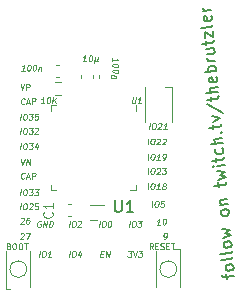
<source format=gbr>
%TF.GenerationSoftware,KiCad,Pcbnew,(5.99.0-10506-gb986797469)*%
%TF.CreationDate,2022-01-12T00:10:25+01:00*%
%TF.ProjectId,ESP31_V3,45535033-315f-4563-932e-6b696361645f,rev?*%
%TF.SameCoordinates,Original*%
%TF.FileFunction,Legend,Top*%
%TF.FilePolarity,Positive*%
%FSLAX46Y46*%
G04 Gerber Fmt 4.6, Leading zero omitted, Abs format (unit mm)*
G04 Created by KiCad (PCBNEW (5.99.0-10506-gb986797469)) date 2022-01-12 00:10:25*
%MOMM*%
%LPD*%
G01*
G04 APERTURE LIST*
%ADD10C,0.100000*%
%ADD11C,0.150000*%
%ADD12C,0.120000*%
G04 APERTURE END LIST*
D10*
X105378258Y-108973809D02*
X105405044Y-108950000D01*
X105455639Y-108926190D01*
X105574687Y-108926190D01*
X105619330Y-108950000D01*
X105640163Y-108973809D01*
X105658020Y-109021428D01*
X105652068Y-109069047D01*
X105619330Y-109140476D01*
X105297901Y-109426190D01*
X105607425Y-109426190D01*
X106098497Y-108926190D02*
X106003258Y-108926190D01*
X105952663Y-108950000D01*
X105925877Y-108973809D01*
X105869330Y-109045238D01*
X105833616Y-109140476D01*
X105809806Y-109330952D01*
X105827663Y-109378571D01*
X105848497Y-109402380D01*
X105893139Y-109426190D01*
X105988377Y-109426190D01*
X106038973Y-109402380D01*
X106065758Y-109378571D01*
X106095520Y-109330952D01*
X106110401Y-109211904D01*
X106092544Y-109164285D01*
X106071711Y-109140476D01*
X106027068Y-109116666D01*
X105931830Y-109116666D01*
X105881235Y-109140476D01*
X105854449Y-109164285D01*
X105824687Y-109211904D01*
X116553809Y-111586190D02*
X116387142Y-111348095D01*
X116268095Y-111586190D02*
X116268095Y-111086190D01*
X116458571Y-111086190D01*
X116506190Y-111110000D01*
X116530000Y-111133809D01*
X116553809Y-111181428D01*
X116553809Y-111252857D01*
X116530000Y-111300476D01*
X116506190Y-111324285D01*
X116458571Y-111348095D01*
X116268095Y-111348095D01*
X116768095Y-111324285D02*
X116934761Y-111324285D01*
X117006190Y-111586190D02*
X116768095Y-111586190D01*
X116768095Y-111086190D01*
X117006190Y-111086190D01*
X117196666Y-111562380D02*
X117268095Y-111586190D01*
X117387142Y-111586190D01*
X117434761Y-111562380D01*
X117458571Y-111538571D01*
X117482380Y-111490952D01*
X117482380Y-111443333D01*
X117458571Y-111395714D01*
X117434761Y-111371904D01*
X117387142Y-111348095D01*
X117291904Y-111324285D01*
X117244285Y-111300476D01*
X117220476Y-111276666D01*
X117196666Y-111229047D01*
X117196666Y-111181428D01*
X117220476Y-111133809D01*
X117244285Y-111110000D01*
X117291904Y-111086190D01*
X117410952Y-111086190D01*
X117482380Y-111110000D01*
X117696666Y-111324285D02*
X117863333Y-111324285D01*
X117934761Y-111586190D02*
X117696666Y-111586190D01*
X117696666Y-111086190D01*
X117934761Y-111086190D01*
X118077619Y-111086190D02*
X118363333Y-111086190D01*
X118220476Y-111586190D02*
X118220476Y-111086190D01*
X105314568Y-101826190D02*
X105377068Y-101326190D01*
X105710401Y-101326190D02*
X105805639Y-101326190D01*
X105850282Y-101350000D01*
X105891949Y-101397619D01*
X105903854Y-101492857D01*
X105883020Y-101659523D01*
X105847306Y-101754761D01*
X105793735Y-101802380D01*
X105743139Y-101826190D01*
X105647901Y-101826190D01*
X105603258Y-101802380D01*
X105561592Y-101754761D01*
X105549687Y-101659523D01*
X105570520Y-101492857D01*
X105606235Y-101397619D01*
X105659806Y-101350000D01*
X105710401Y-101326190D01*
X106091354Y-101326190D02*
X106400877Y-101326190D01*
X106210401Y-101516666D01*
X106281830Y-101516666D01*
X106326473Y-101540476D01*
X106347306Y-101564285D01*
X106365163Y-101611904D01*
X106350282Y-101730952D01*
X106320520Y-101778571D01*
X106293735Y-101802380D01*
X106243139Y-101826190D01*
X106100282Y-101826190D01*
X106055639Y-101802380D01*
X106034806Y-101778571D01*
X106585401Y-101373809D02*
X106612187Y-101350000D01*
X106662782Y-101326190D01*
X106781830Y-101326190D01*
X106826473Y-101350000D01*
X106847306Y-101373809D01*
X106865163Y-101421428D01*
X106859211Y-101469047D01*
X106826473Y-101540476D01*
X106505044Y-101826190D01*
X106814568Y-101826190D01*
X116114568Y-104026190D02*
X116177068Y-103526190D01*
X116510401Y-103526190D02*
X116605639Y-103526190D01*
X116650282Y-103550000D01*
X116691949Y-103597619D01*
X116703854Y-103692857D01*
X116683020Y-103859523D01*
X116647306Y-103954761D01*
X116593735Y-104002380D01*
X116543139Y-104026190D01*
X116447901Y-104026190D01*
X116403258Y-104002380D01*
X116361592Y-103954761D01*
X116349687Y-103859523D01*
X116370520Y-103692857D01*
X116406235Y-103597619D01*
X116459806Y-103550000D01*
X116510401Y-103526190D01*
X117138377Y-104026190D02*
X116852663Y-104026190D01*
X116995520Y-104026190D02*
X117058020Y-103526190D01*
X117001473Y-103597619D01*
X116947901Y-103645238D01*
X116897306Y-103669047D01*
X117376473Y-104026190D02*
X117471711Y-104026190D01*
X117522306Y-104002380D01*
X117549092Y-103978571D01*
X117605639Y-103907142D01*
X117641354Y-103811904D01*
X117665163Y-103621428D01*
X117647306Y-103573809D01*
X117626473Y-103550000D01*
X117581830Y-103526190D01*
X117486592Y-103526190D01*
X117435997Y-103550000D01*
X117409211Y-103573809D01*
X117379449Y-103621428D01*
X117364568Y-103740476D01*
X117382425Y-103788095D01*
X117403258Y-103811904D01*
X117447901Y-103835714D01*
X117543139Y-103835714D01*
X117593735Y-103811904D01*
X117620520Y-103788095D01*
X117650282Y-103740476D01*
X107073235Y-109224000D02*
X107028592Y-109200190D01*
X106957163Y-109200190D01*
X106882758Y-109224000D01*
X106829187Y-109271619D01*
X106799425Y-109319238D01*
X106763711Y-109414476D01*
X106754782Y-109485904D01*
X106766687Y-109581142D01*
X106784544Y-109628761D01*
X106826211Y-109676380D01*
X106894663Y-109700190D01*
X106942282Y-109700190D01*
X107016687Y-109676380D01*
X107043473Y-109652571D01*
X107064306Y-109485904D01*
X106969068Y-109485904D01*
X107251806Y-109700190D02*
X107314306Y-109200190D01*
X107537520Y-109700190D01*
X107600020Y-109200190D01*
X107775616Y-109700190D02*
X107838116Y-109200190D01*
X107957163Y-109200190D01*
X108025616Y-109224000D01*
X108067282Y-109271619D01*
X108085139Y-109319238D01*
X108097044Y-109414476D01*
X108088116Y-109485904D01*
X108052401Y-109581142D01*
X108022639Y-109628761D01*
X107969068Y-109676380D01*
X107894663Y-109700190D01*
X107775616Y-109700190D01*
X105353258Y-110273809D02*
X105380044Y-110250000D01*
X105430639Y-110226190D01*
X105549687Y-110226190D01*
X105594330Y-110250000D01*
X105615163Y-110273809D01*
X105633020Y-110321428D01*
X105627068Y-110369047D01*
X105594330Y-110440476D01*
X105272901Y-110726190D01*
X105582425Y-110726190D01*
X105811592Y-110226190D02*
X106144925Y-110226190D01*
X105868139Y-110726190D01*
X105649092Y-105578571D02*
X105622306Y-105602380D01*
X105547901Y-105626190D01*
X105500282Y-105626190D01*
X105431830Y-105602380D01*
X105390163Y-105554761D01*
X105372306Y-105507142D01*
X105360401Y-105411904D01*
X105369330Y-105340476D01*
X105405044Y-105245238D01*
X105434806Y-105197619D01*
X105488377Y-105150000D01*
X105562782Y-105126190D01*
X105610401Y-105126190D01*
X105678854Y-105150000D01*
X105699687Y-105173809D01*
X105851473Y-105483333D02*
X106089568Y-105483333D01*
X105785997Y-105626190D02*
X106015163Y-105126190D01*
X106119330Y-105626190D01*
X106285997Y-105626190D02*
X106348497Y-105126190D01*
X106538973Y-105126190D01*
X106583616Y-105150000D01*
X106604449Y-105173809D01*
X106622306Y-105221428D01*
X106613377Y-105292857D01*
X106583616Y-105340476D01*
X106556830Y-105364285D01*
X106506235Y-105388095D01*
X106315758Y-105388095D01*
X116114568Y-102726190D02*
X116177068Y-102226190D01*
X116510401Y-102226190D02*
X116605639Y-102226190D01*
X116650282Y-102250000D01*
X116691949Y-102297619D01*
X116703854Y-102392857D01*
X116683020Y-102559523D01*
X116647306Y-102654761D01*
X116593735Y-102702380D01*
X116543139Y-102726190D01*
X116447901Y-102726190D01*
X116403258Y-102702380D01*
X116361592Y-102654761D01*
X116349687Y-102559523D01*
X116370520Y-102392857D01*
X116406235Y-102297619D01*
X116459806Y-102250000D01*
X116510401Y-102226190D01*
X116909211Y-102273809D02*
X116935997Y-102250000D01*
X116986592Y-102226190D01*
X117105639Y-102226190D01*
X117150282Y-102250000D01*
X117171116Y-102273809D01*
X117188973Y-102321428D01*
X117183020Y-102369047D01*
X117150282Y-102440476D01*
X116828854Y-102726190D01*
X117138377Y-102726190D01*
X117385401Y-102273809D02*
X117412187Y-102250000D01*
X117462782Y-102226190D01*
X117581830Y-102226190D01*
X117626473Y-102250000D01*
X117647306Y-102273809D01*
X117665163Y-102321428D01*
X117659211Y-102369047D01*
X117626473Y-102440476D01*
X117305044Y-102726190D01*
X117614568Y-102726190D01*
X107357425Y-99226190D02*
X107071711Y-99226190D01*
X107214568Y-99226190D02*
X107277068Y-98726190D01*
X107220520Y-98797619D01*
X107166949Y-98845238D01*
X107116354Y-98869047D01*
X107729449Y-98726190D02*
X107777068Y-98726190D01*
X107821711Y-98750000D01*
X107842544Y-98773809D01*
X107860401Y-98821428D01*
X107872306Y-98916666D01*
X107857425Y-99035714D01*
X107821711Y-99130952D01*
X107791949Y-99178571D01*
X107765163Y-99202380D01*
X107714568Y-99226190D01*
X107666949Y-99226190D01*
X107622306Y-99202380D01*
X107601473Y-99178571D01*
X107583616Y-99130952D01*
X107571711Y-99035714D01*
X107586592Y-98916666D01*
X107622306Y-98821428D01*
X107652068Y-98773809D01*
X107678854Y-98750000D01*
X107729449Y-98726190D01*
X108047901Y-99226190D02*
X108110401Y-98726190D01*
X108333616Y-99226190D02*
X108155044Y-98940476D01*
X108396116Y-98726190D02*
X108074687Y-99011904D01*
X105386592Y-103926190D02*
X105490758Y-104426190D01*
X105719925Y-103926190D01*
X105824092Y-104426190D02*
X105886592Y-103926190D01*
X106109806Y-104426190D01*
X106172306Y-103926190D01*
X105649092Y-99278571D02*
X105622306Y-99302380D01*
X105547901Y-99326190D01*
X105500282Y-99326190D01*
X105431830Y-99302380D01*
X105390163Y-99254761D01*
X105372306Y-99207142D01*
X105360401Y-99111904D01*
X105369330Y-99040476D01*
X105405044Y-98945238D01*
X105434806Y-98897619D01*
X105488377Y-98850000D01*
X105562782Y-98826190D01*
X105610401Y-98826190D01*
X105678854Y-98850000D01*
X105699687Y-98873809D01*
X105851473Y-99183333D02*
X106089568Y-99183333D01*
X105785997Y-99326190D02*
X106015163Y-98826190D01*
X106119330Y-99326190D01*
X106285997Y-99326190D02*
X106348497Y-98826190D01*
X106538973Y-98826190D01*
X106583616Y-98850000D01*
X106604449Y-98873809D01*
X106622306Y-98921428D01*
X106613377Y-98992857D01*
X106583616Y-99040476D01*
X106556830Y-99064285D01*
X106506235Y-99088095D01*
X106315758Y-99088095D01*
X105314568Y-103126190D02*
X105377068Y-102626190D01*
X105710401Y-102626190D02*
X105805639Y-102626190D01*
X105850282Y-102650000D01*
X105891949Y-102697619D01*
X105903854Y-102792857D01*
X105883020Y-102959523D01*
X105847306Y-103054761D01*
X105793735Y-103102380D01*
X105743139Y-103126190D01*
X105647901Y-103126190D01*
X105603258Y-103102380D01*
X105561592Y-103054761D01*
X105549687Y-102959523D01*
X105570520Y-102792857D01*
X105606235Y-102697619D01*
X105659806Y-102650000D01*
X105710401Y-102626190D01*
X106091354Y-102626190D02*
X106400877Y-102626190D01*
X106210401Y-102816666D01*
X106281830Y-102816666D01*
X106326473Y-102840476D01*
X106347306Y-102864285D01*
X106365163Y-102911904D01*
X106350282Y-103030952D01*
X106320520Y-103078571D01*
X106293735Y-103102380D01*
X106243139Y-103126190D01*
X106100282Y-103126190D01*
X106055639Y-103102380D01*
X106034806Y-103078571D01*
X106808616Y-102792857D02*
X106766949Y-103126190D01*
X106713377Y-102602380D02*
X106549687Y-102959523D01*
X106859211Y-102959523D01*
X105314568Y-100626190D02*
X105377068Y-100126190D01*
X105710401Y-100126190D02*
X105805639Y-100126190D01*
X105850282Y-100150000D01*
X105891949Y-100197619D01*
X105903854Y-100292857D01*
X105883020Y-100459523D01*
X105847306Y-100554761D01*
X105793735Y-100602380D01*
X105743139Y-100626190D01*
X105647901Y-100626190D01*
X105603258Y-100602380D01*
X105561592Y-100554761D01*
X105549687Y-100459523D01*
X105570520Y-100292857D01*
X105606235Y-100197619D01*
X105659806Y-100150000D01*
X105710401Y-100126190D01*
X106091354Y-100126190D02*
X106400877Y-100126190D01*
X106210401Y-100316666D01*
X106281830Y-100316666D01*
X106326473Y-100340476D01*
X106347306Y-100364285D01*
X106365163Y-100411904D01*
X106350282Y-100530952D01*
X106320520Y-100578571D01*
X106293735Y-100602380D01*
X106243139Y-100626190D01*
X106100282Y-100626190D01*
X106055639Y-100602380D01*
X106034806Y-100578571D01*
X106853258Y-100126190D02*
X106615163Y-100126190D01*
X106561592Y-100364285D01*
X106588377Y-100340476D01*
X106638973Y-100316666D01*
X106758020Y-100316666D01*
X106802663Y-100340476D01*
X106823497Y-100364285D01*
X106841354Y-100411904D01*
X106826473Y-100530952D01*
X106796711Y-100578571D01*
X106769925Y-100602380D01*
X106719330Y-100626190D01*
X106600282Y-100626190D01*
X106555639Y-100602380D01*
X106534806Y-100578571D01*
X114834211Y-98726190D02*
X114783616Y-99130952D01*
X114801473Y-99178571D01*
X114822306Y-99202380D01*
X114866949Y-99226190D01*
X114962187Y-99226190D01*
X115012782Y-99202380D01*
X115039568Y-99178571D01*
X115069330Y-99130952D01*
X115119925Y-98726190D01*
X115557425Y-99226190D02*
X115271711Y-99226190D01*
X115414568Y-99226190D02*
X115477068Y-98726190D01*
X115420520Y-98797619D01*
X115366949Y-98845238D01*
X115316354Y-98869047D01*
X114458116Y-111740190D02*
X114767639Y-111740190D01*
X114577163Y-111930666D01*
X114648592Y-111930666D01*
X114693235Y-111954476D01*
X114714068Y-111978285D01*
X114731925Y-112025904D01*
X114717044Y-112144952D01*
X114687282Y-112192571D01*
X114660497Y-112216380D01*
X114609901Y-112240190D01*
X114467044Y-112240190D01*
X114422401Y-112216380D01*
X114401568Y-112192571D01*
X114910497Y-111740190D02*
X115014663Y-112240190D01*
X115243830Y-111740190D01*
X115362877Y-111740190D02*
X115672401Y-111740190D01*
X115481925Y-111930666D01*
X115553354Y-111930666D01*
X115597997Y-111954476D01*
X115618830Y-111978285D01*
X115636687Y-112025904D01*
X115621806Y-112144952D01*
X115592044Y-112192571D01*
X115565258Y-112216380D01*
X115514663Y-112240190D01*
X115371806Y-112240190D01*
X115327163Y-112216380D01*
X115306330Y-112192571D01*
X111974663Y-109700190D02*
X112037163Y-109200190D01*
X112370497Y-109200190D02*
X112465735Y-109200190D01*
X112510377Y-109224000D01*
X112552044Y-109271619D01*
X112563949Y-109366857D01*
X112543116Y-109533523D01*
X112507401Y-109628761D01*
X112453830Y-109676380D01*
X112403235Y-109700190D01*
X112307997Y-109700190D01*
X112263354Y-109676380D01*
X112221687Y-109628761D01*
X112209782Y-109533523D01*
X112230616Y-109366857D01*
X112266330Y-109271619D01*
X112319901Y-109224000D01*
X112370497Y-109200190D01*
X112894306Y-109200190D02*
X112941925Y-109200190D01*
X112986568Y-109224000D01*
X113007401Y-109247809D01*
X113025258Y-109295428D01*
X113037163Y-109390666D01*
X113022282Y-109509714D01*
X112986568Y-109604952D01*
X112956806Y-109652571D01*
X112930020Y-109676380D01*
X112879425Y-109700190D01*
X112831806Y-109700190D01*
X112787163Y-109676380D01*
X112766330Y-109652571D01*
X112748473Y-109604952D01*
X112736568Y-109509714D01*
X112751449Y-109390666D01*
X112787163Y-109295428D01*
X112816925Y-109247809D01*
X112843711Y-109224000D01*
X112894306Y-109200190D01*
X109434663Y-112240190D02*
X109497163Y-111740190D01*
X109830497Y-111740190D02*
X109925735Y-111740190D01*
X109970377Y-111764000D01*
X110012044Y-111811619D01*
X110023949Y-111906857D01*
X110003116Y-112073523D01*
X109967401Y-112168761D01*
X109913830Y-112216380D01*
X109863235Y-112240190D01*
X109767997Y-112240190D01*
X109723354Y-112216380D01*
X109681687Y-112168761D01*
X109669782Y-112073523D01*
X109690616Y-111906857D01*
X109726330Y-111811619D01*
X109779901Y-111764000D01*
X109830497Y-111740190D01*
X110452520Y-111906857D02*
X110410854Y-112240190D01*
X110357282Y-111716380D02*
X110193592Y-112073523D01*
X110503116Y-112073523D01*
X117457425Y-110726190D02*
X117552663Y-110726190D01*
X117603258Y-110702380D01*
X117630044Y-110678571D01*
X117686592Y-110607142D01*
X117722306Y-110511904D01*
X117746116Y-110321428D01*
X117728258Y-110273809D01*
X117707425Y-110250000D01*
X117662782Y-110226190D01*
X117567544Y-110226190D01*
X117516949Y-110250000D01*
X117490163Y-110273809D01*
X117460401Y-110321428D01*
X117445520Y-110440476D01*
X117463377Y-110488095D01*
X117484211Y-110511904D01*
X117528854Y-110535714D01*
X117624092Y-110535714D01*
X117674687Y-110511904D01*
X117701473Y-110488095D01*
X117731235Y-110440476D01*
X105314568Y-107026190D02*
X105377068Y-106526190D01*
X105710401Y-106526190D02*
X105805639Y-106526190D01*
X105850282Y-106550000D01*
X105891949Y-106597619D01*
X105903854Y-106692857D01*
X105883020Y-106859523D01*
X105847306Y-106954761D01*
X105793735Y-107002380D01*
X105743139Y-107026190D01*
X105647901Y-107026190D01*
X105603258Y-107002380D01*
X105561592Y-106954761D01*
X105549687Y-106859523D01*
X105570520Y-106692857D01*
X105606235Y-106597619D01*
X105659806Y-106550000D01*
X105710401Y-106526190D01*
X106091354Y-106526190D02*
X106400877Y-106526190D01*
X106210401Y-106716666D01*
X106281830Y-106716666D01*
X106326473Y-106740476D01*
X106347306Y-106764285D01*
X106365163Y-106811904D01*
X106350282Y-106930952D01*
X106320520Y-106978571D01*
X106293735Y-107002380D01*
X106243139Y-107026190D01*
X106100282Y-107026190D01*
X106055639Y-107002380D01*
X106034806Y-106978571D01*
X106567544Y-106526190D02*
X106877068Y-106526190D01*
X106686592Y-106716666D01*
X106758020Y-106716666D01*
X106802663Y-106740476D01*
X106823497Y-106764285D01*
X106841354Y-106811904D01*
X106826473Y-106930952D01*
X106796711Y-106978571D01*
X106769925Y-107002380D01*
X106719330Y-107026190D01*
X106576473Y-107026190D01*
X106531830Y-107002380D01*
X106510997Y-106978571D01*
X116214568Y-101426190D02*
X116277068Y-100926190D01*
X116610401Y-100926190D02*
X116705639Y-100926190D01*
X116750282Y-100950000D01*
X116791949Y-100997619D01*
X116803854Y-101092857D01*
X116783020Y-101259523D01*
X116747306Y-101354761D01*
X116693735Y-101402380D01*
X116643139Y-101426190D01*
X116547901Y-101426190D01*
X116503258Y-101402380D01*
X116461592Y-101354761D01*
X116449687Y-101259523D01*
X116470520Y-101092857D01*
X116506235Y-100997619D01*
X116559806Y-100950000D01*
X116610401Y-100926190D01*
X117009211Y-100973809D02*
X117035997Y-100950000D01*
X117086592Y-100926190D01*
X117205639Y-100926190D01*
X117250282Y-100950000D01*
X117271116Y-100973809D01*
X117288973Y-101021428D01*
X117283020Y-101069047D01*
X117250282Y-101140476D01*
X116928854Y-101426190D01*
X117238377Y-101426190D01*
X117714568Y-101426190D02*
X117428854Y-101426190D01*
X117571711Y-101426190D02*
X117634211Y-100926190D01*
X117577663Y-100997619D01*
X117524092Y-101045238D01*
X117473497Y-101069047D01*
X105314568Y-108226190D02*
X105377068Y-107726190D01*
X105710401Y-107726190D02*
X105805639Y-107726190D01*
X105850282Y-107750000D01*
X105891949Y-107797619D01*
X105903854Y-107892857D01*
X105883020Y-108059523D01*
X105847306Y-108154761D01*
X105793735Y-108202380D01*
X105743139Y-108226190D01*
X105647901Y-108226190D01*
X105603258Y-108202380D01*
X105561592Y-108154761D01*
X105549687Y-108059523D01*
X105570520Y-107892857D01*
X105606235Y-107797619D01*
X105659806Y-107750000D01*
X105710401Y-107726190D01*
X106109211Y-107773809D02*
X106135997Y-107750000D01*
X106186592Y-107726190D01*
X106305639Y-107726190D01*
X106350282Y-107750000D01*
X106371116Y-107773809D01*
X106388973Y-107821428D01*
X106383020Y-107869047D01*
X106350282Y-107940476D01*
X106028854Y-108226190D01*
X106338377Y-108226190D01*
X106853258Y-107726190D02*
X106615163Y-107726190D01*
X106561592Y-107964285D01*
X106588377Y-107940476D01*
X106638973Y-107916666D01*
X106758020Y-107916666D01*
X106802663Y-107940476D01*
X106823497Y-107964285D01*
X106841354Y-108011904D01*
X106826473Y-108130952D01*
X106796711Y-108178571D01*
X106769925Y-108202380D01*
X106719330Y-108226190D01*
X106600282Y-108226190D01*
X106555639Y-108202380D01*
X106534806Y-108178571D01*
X112138354Y-111978285D02*
X112305020Y-111978285D01*
X112343711Y-112240190D02*
X112105616Y-112240190D01*
X112168116Y-111740190D01*
X112406211Y-111740190D01*
X112557997Y-112240190D02*
X112620497Y-111740190D01*
X112843711Y-112240190D01*
X112906211Y-111740190D01*
X105693139Y-96476190D02*
X105407425Y-96476190D01*
X105550282Y-96476190D02*
X105612782Y-95976190D01*
X105556235Y-96047619D01*
X105502663Y-96095238D01*
X105452068Y-96119047D01*
X106065163Y-95976190D02*
X106112782Y-95976190D01*
X106157425Y-96000000D01*
X106178258Y-96023809D01*
X106196116Y-96071428D01*
X106208020Y-96166666D01*
X106193139Y-96285714D01*
X106157425Y-96380952D01*
X106127663Y-96428571D01*
X106100877Y-96452380D01*
X106050282Y-96476190D01*
X106002663Y-96476190D01*
X105958020Y-96452380D01*
X105937187Y-96428571D01*
X105919330Y-96380952D01*
X105907425Y-96285714D01*
X105922306Y-96166666D01*
X105958020Y-96071428D01*
X105987782Y-96023809D01*
X106014568Y-96000000D01*
X106065163Y-95976190D01*
X106541354Y-95976190D02*
X106588973Y-95976190D01*
X106633616Y-96000000D01*
X106654449Y-96023809D01*
X106672306Y-96071428D01*
X106684211Y-96166666D01*
X106669330Y-96285714D01*
X106633616Y-96380952D01*
X106603854Y-96428571D01*
X106577068Y-96452380D01*
X106526473Y-96476190D01*
X106478854Y-96476190D01*
X106434211Y-96452380D01*
X106413377Y-96428571D01*
X106395520Y-96380952D01*
X106383616Y-96285714D01*
X106398497Y-96166666D01*
X106434211Y-96071428D01*
X106463973Y-96023809D01*
X106490758Y-96000000D01*
X106541354Y-95976190D01*
X106901473Y-96142857D02*
X106859806Y-96476190D01*
X106895520Y-96190476D02*
X106922306Y-96166666D01*
X106972901Y-96142857D01*
X107044330Y-96142857D01*
X107088973Y-96166666D01*
X107106830Y-96214285D01*
X107074092Y-96476190D01*
D11*
X122790895Y-114098634D02*
X122757693Y-113719131D01*
X123442574Y-113898216D02*
X122588693Y-113972921D01*
X122489667Y-113933784D01*
X122433929Y-113843059D01*
X122425628Y-113748183D01*
X123380320Y-113186649D02*
X123341183Y-113285675D01*
X123297895Y-113337263D01*
X123207170Y-113393001D01*
X122922543Y-113417903D01*
X122823517Y-113378765D01*
X122771929Y-113335478D01*
X122716190Y-113244753D01*
X122703740Y-113102439D01*
X122742877Y-113003413D01*
X122786165Y-112951825D01*
X122876890Y-112896087D01*
X123161517Y-112871185D01*
X123260543Y-112910322D01*
X123312131Y-112953610D01*
X123367869Y-113044335D01*
X123380320Y-113186649D01*
X123301465Y-112285330D02*
X123262328Y-112384356D01*
X123171602Y-112440094D01*
X122317721Y-112514799D01*
X123255812Y-111763513D02*
X123216675Y-111862539D01*
X123125949Y-111918278D01*
X122272068Y-111992983D01*
X123210159Y-111241697D02*
X123171022Y-111340723D01*
X123127734Y-111392311D01*
X123037009Y-111448050D01*
X122752382Y-111472951D01*
X122653356Y-111433814D01*
X122601768Y-111390526D01*
X122546029Y-111299801D01*
X122533578Y-111157487D01*
X122572716Y-111058461D01*
X122616003Y-111006873D01*
X122706729Y-110951135D01*
X122991356Y-110926233D01*
X123090382Y-110965371D01*
X123141970Y-111008658D01*
X123197708Y-111099384D01*
X123210159Y-111241697D01*
X122487925Y-110635671D02*
X123135454Y-110387816D01*
X122644475Y-110239567D01*
X123102252Y-110008313D01*
X122421521Y-109876666D01*
X122973593Y-108537740D02*
X122934456Y-108636766D01*
X122891169Y-108688354D01*
X122800443Y-108744093D01*
X122515816Y-108768994D01*
X122416790Y-108729857D01*
X122365202Y-108686569D01*
X122309464Y-108595844D01*
X122297013Y-108453530D01*
X122336150Y-108354504D01*
X122379438Y-108302916D01*
X122470163Y-108247178D01*
X122754790Y-108222276D01*
X122853816Y-108261414D01*
X122905404Y-108304701D01*
X122961143Y-108395427D01*
X122973593Y-108537740D01*
X122243059Y-107836838D02*
X122907189Y-107778735D01*
X122337935Y-107828538D02*
X122286347Y-107785250D01*
X122230608Y-107694525D01*
X122218158Y-107552211D01*
X122257295Y-107453185D01*
X122348020Y-107397447D01*
X122869837Y-107351794D01*
X122110251Y-106318827D02*
X122077048Y-105939325D01*
X121765735Y-106205566D02*
X122619616Y-106130861D01*
X122710341Y-106075123D01*
X122749479Y-105976097D01*
X122741178Y-105881221D01*
X122056297Y-105702136D02*
X122703826Y-105454280D01*
X122212846Y-105306032D01*
X122670623Y-105074778D01*
X121989893Y-104943130D01*
X122620820Y-104505523D02*
X121956690Y-104563627D01*
X121624626Y-104592679D02*
X121676214Y-104635967D01*
X121719501Y-104584379D01*
X121667913Y-104541091D01*
X121624626Y-104592679D01*
X121719501Y-104584379D01*
X121927639Y-104231562D02*
X121894436Y-103852060D01*
X121583123Y-104118301D02*
X122437004Y-104043596D01*
X122527729Y-103987857D01*
X122566867Y-103888831D01*
X122558566Y-103793956D01*
X122444724Y-103039101D02*
X122500462Y-103129826D01*
X122517063Y-103319577D01*
X122477926Y-103418603D01*
X122434639Y-103470191D01*
X122343913Y-103525930D01*
X122059286Y-103550831D01*
X121960260Y-103511694D01*
X121908672Y-103468407D01*
X121852934Y-103377681D01*
X121836332Y-103187930D01*
X121875470Y-103088904D01*
X122454809Y-102608010D02*
X121458615Y-102695165D01*
X122417457Y-102181069D02*
X121895641Y-102226722D01*
X121804915Y-102282461D01*
X121765778Y-102381487D01*
X121778229Y-102523800D01*
X121833967Y-102614525D01*
X121885555Y-102657813D01*
X122281078Y-101714991D02*
X122324366Y-101663403D01*
X122375954Y-101706691D01*
X122332667Y-101758279D01*
X122281078Y-101714991D01*
X122375954Y-101706691D01*
X121682772Y-101432730D02*
X121649570Y-101053227D01*
X121338257Y-101319468D02*
X122192138Y-101244763D01*
X122282863Y-101189025D01*
X122322001Y-101089999D01*
X122313700Y-100995123D01*
X121628819Y-100816038D02*
X122272197Y-100520745D01*
X121587316Y-100341659D01*
X121112357Y-99283791D02*
X122467884Y-100025615D01*
X121475259Y-99060838D02*
X121442057Y-98681335D01*
X121130743Y-98947576D02*
X121984624Y-98872871D01*
X122075350Y-98817133D01*
X122114487Y-98718107D01*
X122106186Y-98623231D01*
X122077134Y-98291166D02*
X121080940Y-98378322D01*
X122039782Y-97864225D02*
X121517966Y-97909878D01*
X121427240Y-97965617D01*
X121388103Y-98064643D01*
X121400554Y-98206956D01*
X121456292Y-98297682D01*
X121507880Y-98340969D01*
X121917639Y-97014495D02*
X121973378Y-97105220D01*
X121989979Y-97294971D01*
X121950841Y-97393997D01*
X121860116Y-97449736D01*
X121480613Y-97482938D01*
X121381587Y-97443801D01*
X121325849Y-97353075D01*
X121309248Y-97163324D01*
X121348385Y-97064298D01*
X121439110Y-97008559D01*
X121533986Y-97000259D01*
X121670365Y-97466337D01*
X121923574Y-96535966D02*
X120927380Y-96623122D01*
X121306882Y-96589919D02*
X121251144Y-96499194D01*
X121234543Y-96309443D01*
X121273680Y-96210417D01*
X121316968Y-96158829D01*
X121407693Y-96103090D01*
X121692320Y-96078189D01*
X121791346Y-96117326D01*
X121842934Y-96160613D01*
X121898673Y-96251339D01*
X121915274Y-96441090D01*
X121876136Y-96540116D01*
X121844719Y-95634647D02*
X121180589Y-95692751D01*
X121370341Y-95676150D02*
X121271315Y-95637012D01*
X121219727Y-95593725D01*
X121163988Y-95502999D01*
X121155688Y-95408124D01*
X121089283Y-94649118D02*
X121753413Y-94591014D01*
X121126636Y-95076059D02*
X121648452Y-95030406D01*
X121739177Y-94974667D01*
X121778315Y-94875641D01*
X121765864Y-94733328D01*
X121710125Y-94642602D01*
X121658537Y-94599315D01*
X121060231Y-94317053D02*
X121027029Y-93937551D01*
X120715716Y-94203792D02*
X121569597Y-94129087D01*
X121660322Y-94073348D01*
X121699460Y-93974322D01*
X121691159Y-93879447D01*
X121006278Y-93700361D02*
X120960625Y-93178545D01*
X121670408Y-93642257D01*
X121624755Y-93120441D01*
X121579102Y-92598625D02*
X121539964Y-92697651D01*
X121449239Y-92753389D01*
X120595358Y-92828094D01*
X121465259Y-91843770D02*
X121520998Y-91934495D01*
X121537599Y-92124246D01*
X121498462Y-92223272D01*
X121407736Y-92279011D01*
X121028233Y-92312213D01*
X120929207Y-92273076D01*
X120873469Y-92182350D01*
X120856868Y-91992599D01*
X120896005Y-91893573D01*
X120986731Y-91837835D01*
X121081606Y-91829534D01*
X121217985Y-92295612D01*
X121471194Y-91365241D02*
X120807065Y-91423345D01*
X120996816Y-91406744D02*
X120897790Y-91367606D01*
X120846202Y-91324319D01*
X120790464Y-91233593D01*
X120782163Y-91138718D01*
D10*
X114514663Y-109700190D02*
X114577163Y-109200190D01*
X114910497Y-109200190D02*
X115005735Y-109200190D01*
X115050377Y-109224000D01*
X115092044Y-109271619D01*
X115103949Y-109366857D01*
X115083116Y-109533523D01*
X115047401Y-109628761D01*
X114993830Y-109676380D01*
X114943235Y-109700190D01*
X114847997Y-109700190D01*
X114803354Y-109676380D01*
X114761687Y-109628761D01*
X114749782Y-109533523D01*
X114770616Y-109366857D01*
X114806330Y-109271619D01*
X114859901Y-109224000D01*
X114910497Y-109200190D01*
X115291449Y-109200190D02*
X115600973Y-109200190D01*
X115410497Y-109390666D01*
X115481925Y-109390666D01*
X115526568Y-109414476D01*
X115547401Y-109438285D01*
X115565258Y-109485904D01*
X115550377Y-109604952D01*
X115520616Y-109652571D01*
X115493830Y-109676380D01*
X115443235Y-109700190D01*
X115300377Y-109700190D01*
X115255735Y-109676380D01*
X115234901Y-109652571D01*
X104346428Y-111339285D02*
X104417857Y-111363095D01*
X104441666Y-111386904D01*
X104465476Y-111434523D01*
X104465476Y-111505952D01*
X104441666Y-111553571D01*
X104417857Y-111577380D01*
X104370238Y-111601190D01*
X104179761Y-111601190D01*
X104179761Y-111101190D01*
X104346428Y-111101190D01*
X104394047Y-111125000D01*
X104417857Y-111148809D01*
X104441666Y-111196428D01*
X104441666Y-111244047D01*
X104417857Y-111291666D01*
X104394047Y-111315476D01*
X104346428Y-111339285D01*
X104179761Y-111339285D01*
X104775000Y-111101190D02*
X104870238Y-111101190D01*
X104917857Y-111125000D01*
X104965476Y-111172619D01*
X104989285Y-111267857D01*
X104989285Y-111434523D01*
X104965476Y-111529761D01*
X104917857Y-111577380D01*
X104870238Y-111601190D01*
X104775000Y-111601190D01*
X104727380Y-111577380D01*
X104679761Y-111529761D01*
X104655952Y-111434523D01*
X104655952Y-111267857D01*
X104679761Y-111172619D01*
X104727380Y-111125000D01*
X104775000Y-111101190D01*
X105298809Y-111101190D02*
X105394047Y-111101190D01*
X105441666Y-111125000D01*
X105489285Y-111172619D01*
X105513095Y-111267857D01*
X105513095Y-111434523D01*
X105489285Y-111529761D01*
X105441666Y-111577380D01*
X105394047Y-111601190D01*
X105298809Y-111601190D01*
X105251190Y-111577380D01*
X105203571Y-111529761D01*
X105179761Y-111434523D01*
X105179761Y-111267857D01*
X105203571Y-111172619D01*
X105251190Y-111125000D01*
X105298809Y-111101190D01*
X105655952Y-111101190D02*
X105941666Y-111101190D01*
X105798809Y-111601190D02*
X105798809Y-111101190D01*
X116452663Y-108026190D02*
X116515163Y-107526190D01*
X116848497Y-107526190D02*
X116943735Y-107526190D01*
X116988377Y-107550000D01*
X117030044Y-107597619D01*
X117041949Y-107692857D01*
X117021116Y-107859523D01*
X116985401Y-107954761D01*
X116931830Y-108002380D01*
X116881235Y-108026190D01*
X116785997Y-108026190D01*
X116741354Y-108002380D01*
X116699687Y-107954761D01*
X116687782Y-107859523D01*
X116708616Y-107692857D01*
X116744330Y-107597619D01*
X116797901Y-107550000D01*
X116848497Y-107526190D01*
X117515163Y-107526190D02*
X117277068Y-107526190D01*
X117223497Y-107764285D01*
X117250282Y-107740476D01*
X117300877Y-107716666D01*
X117419925Y-107716666D01*
X117464568Y-107740476D01*
X117485401Y-107764285D01*
X117503258Y-107811904D01*
X117488377Y-107930952D01*
X117458616Y-107978571D01*
X117431830Y-108002380D01*
X117381235Y-108026190D01*
X117262187Y-108026190D01*
X117217544Y-108002380D01*
X117196711Y-107978571D01*
X116114568Y-106526190D02*
X116177068Y-106026190D01*
X116510401Y-106026190D02*
X116605639Y-106026190D01*
X116650282Y-106050000D01*
X116691949Y-106097619D01*
X116703854Y-106192857D01*
X116683020Y-106359523D01*
X116647306Y-106454761D01*
X116593735Y-106502380D01*
X116543139Y-106526190D01*
X116447901Y-106526190D01*
X116403258Y-106502380D01*
X116361592Y-106454761D01*
X116349687Y-106359523D01*
X116370520Y-106192857D01*
X116406235Y-106097619D01*
X116459806Y-106050000D01*
X116510401Y-106026190D01*
X117138377Y-106526190D02*
X116852663Y-106526190D01*
X116995520Y-106526190D02*
X117058020Y-106026190D01*
X117001473Y-106097619D01*
X116947901Y-106145238D01*
X116897306Y-106169047D01*
X117459806Y-106240476D02*
X117415163Y-106216666D01*
X117394330Y-106192857D01*
X117376473Y-106145238D01*
X117379449Y-106121428D01*
X117409211Y-106073809D01*
X117435997Y-106050000D01*
X117486592Y-106026190D01*
X117581830Y-106026190D01*
X117626473Y-106050000D01*
X117647306Y-106073809D01*
X117665163Y-106121428D01*
X117662187Y-106145238D01*
X117632425Y-106192857D01*
X117605639Y-106216666D01*
X117555044Y-106240476D01*
X117459806Y-106240476D01*
X117409211Y-106264285D01*
X117382425Y-106288095D01*
X117352663Y-106335714D01*
X117340758Y-106430952D01*
X117358616Y-106478571D01*
X117379449Y-106502380D01*
X117424092Y-106526190D01*
X117519330Y-106526190D01*
X117569925Y-106502380D01*
X117596711Y-106478571D01*
X117626473Y-106430952D01*
X117638377Y-106335714D01*
X117620520Y-106288095D01*
X117599687Y-106264285D01*
X117555044Y-106240476D01*
X116114568Y-105226190D02*
X116177068Y-104726190D01*
X116510401Y-104726190D02*
X116605639Y-104726190D01*
X116650282Y-104750000D01*
X116691949Y-104797619D01*
X116703854Y-104892857D01*
X116683020Y-105059523D01*
X116647306Y-105154761D01*
X116593735Y-105202380D01*
X116543139Y-105226190D01*
X116447901Y-105226190D01*
X116403258Y-105202380D01*
X116361592Y-105154761D01*
X116349687Y-105059523D01*
X116370520Y-104892857D01*
X116406235Y-104797619D01*
X116459806Y-104750000D01*
X116510401Y-104726190D01*
X116909211Y-104773809D02*
X116935997Y-104750000D01*
X116986592Y-104726190D01*
X117105639Y-104726190D01*
X117150282Y-104750000D01*
X117171116Y-104773809D01*
X117188973Y-104821428D01*
X117183020Y-104869047D01*
X117150282Y-104940476D01*
X116828854Y-105226190D01*
X117138377Y-105226190D01*
X117367544Y-104726190D02*
X117677068Y-104726190D01*
X117486592Y-104916666D01*
X117558020Y-104916666D01*
X117602663Y-104940476D01*
X117623497Y-104964285D01*
X117641354Y-105011904D01*
X117626473Y-105130952D01*
X117596711Y-105178571D01*
X117569925Y-105202380D01*
X117519330Y-105226190D01*
X117376473Y-105226190D01*
X117331830Y-105202380D01*
X117310997Y-105178571D01*
X106894663Y-112240190D02*
X106957163Y-111740190D01*
X107290497Y-111740190D02*
X107385735Y-111740190D01*
X107430377Y-111764000D01*
X107472044Y-111811619D01*
X107483949Y-111906857D01*
X107463116Y-112073523D01*
X107427401Y-112168761D01*
X107373830Y-112216380D01*
X107323235Y-112240190D01*
X107227997Y-112240190D01*
X107183354Y-112216380D01*
X107141687Y-112168761D01*
X107129782Y-112073523D01*
X107150616Y-111906857D01*
X107186330Y-111811619D01*
X107239901Y-111764000D01*
X107290497Y-111740190D01*
X107918473Y-112240190D02*
X107632758Y-112240190D01*
X107775616Y-112240190D02*
X107838116Y-111740190D01*
X107781568Y-111811619D01*
X107727997Y-111859238D01*
X107677401Y-111883047D01*
X110895520Y-95696190D02*
X110609806Y-95696190D01*
X110752663Y-95696190D02*
X110815163Y-95196190D01*
X110758616Y-95267619D01*
X110705044Y-95315238D01*
X110654449Y-95339047D01*
X111267544Y-95196190D02*
X111315163Y-95196190D01*
X111359806Y-95220000D01*
X111380639Y-95243809D01*
X111398497Y-95291428D01*
X111410401Y-95386666D01*
X111395520Y-95505714D01*
X111359806Y-95600952D01*
X111330044Y-95648571D01*
X111303258Y-95672380D01*
X111252663Y-95696190D01*
X111205044Y-95696190D01*
X111160401Y-95672380D01*
X111139568Y-95648571D01*
X111121711Y-95600952D01*
X111109806Y-95505714D01*
X111124687Y-95386666D01*
X111160401Y-95291428D01*
X111190163Y-95243809D01*
X111216949Y-95220000D01*
X111267544Y-95196190D01*
X111627663Y-95362857D02*
X111565163Y-95862857D01*
X111833020Y-95624761D02*
X111850877Y-95672380D01*
X111895520Y-95696190D01*
X111594925Y-95624761D02*
X111612782Y-95672380D01*
X111657425Y-95696190D01*
X111752663Y-95696190D01*
X111803258Y-95672380D01*
X111833020Y-95624761D01*
X111865758Y-95362857D01*
X105348497Y-97626190D02*
X105452663Y-98126190D01*
X105681830Y-97626190D01*
X105785997Y-98126190D02*
X105848497Y-97626190D01*
X106038973Y-97626190D01*
X106083616Y-97650000D01*
X106104449Y-97673809D01*
X106122306Y-97721428D01*
X106113377Y-97792857D01*
X106083616Y-97840476D01*
X106056830Y-97864285D01*
X106006235Y-97888095D01*
X105815758Y-97888095D01*
X117157425Y-109526190D02*
X116871711Y-109526190D01*
X117014568Y-109526190D02*
X117077068Y-109026190D01*
X117020520Y-109097619D01*
X116966949Y-109145238D01*
X116916354Y-109169047D01*
X117529449Y-109026190D02*
X117577068Y-109026190D01*
X117621711Y-109050000D01*
X117642544Y-109073809D01*
X117660401Y-109121428D01*
X117672306Y-109216666D01*
X117657425Y-109335714D01*
X117621711Y-109430952D01*
X117591949Y-109478571D01*
X117565163Y-109502380D01*
X117514568Y-109526190D01*
X117466949Y-109526190D01*
X117422306Y-109502380D01*
X117401473Y-109478571D01*
X117383616Y-109430952D01*
X117371711Y-109335714D01*
X117386592Y-109216666D01*
X117422306Y-109121428D01*
X117452068Y-109073809D01*
X117478854Y-109050000D01*
X117529449Y-109026190D01*
X113133809Y-95693139D02*
X113133809Y-95407425D01*
X113133809Y-95550282D02*
X113633809Y-95612782D01*
X113562380Y-95556235D01*
X113514761Y-95502663D01*
X113490952Y-95452068D01*
X113633809Y-96065163D02*
X113633809Y-96112782D01*
X113610000Y-96157425D01*
X113586190Y-96178258D01*
X113538571Y-96196116D01*
X113443333Y-96208020D01*
X113324285Y-96193139D01*
X113229047Y-96157425D01*
X113181428Y-96127663D01*
X113157619Y-96100877D01*
X113133809Y-96050282D01*
X113133809Y-96002663D01*
X113157619Y-95958020D01*
X113181428Y-95937187D01*
X113229047Y-95919330D01*
X113324285Y-95907425D01*
X113443333Y-95922306D01*
X113538571Y-95958020D01*
X113586190Y-95987782D01*
X113610000Y-96014568D01*
X113633809Y-96065163D01*
X113633809Y-96541354D02*
X113633809Y-96588973D01*
X113610000Y-96633616D01*
X113586190Y-96654449D01*
X113538571Y-96672306D01*
X113443333Y-96684211D01*
X113324285Y-96669330D01*
X113229047Y-96633616D01*
X113181428Y-96603854D01*
X113157619Y-96577068D01*
X113133809Y-96526473D01*
X113133809Y-96478854D01*
X113157619Y-96434211D01*
X113181428Y-96413377D01*
X113229047Y-96395520D01*
X113324285Y-96383616D01*
X113443333Y-96398497D01*
X113538571Y-96434211D01*
X113586190Y-96463973D01*
X113610000Y-96490758D01*
X113633809Y-96541354D01*
X113467142Y-96901473D02*
X113133809Y-96859806D01*
X113419523Y-96895520D02*
X113443333Y-96922306D01*
X113467142Y-96972901D01*
X113467142Y-97044330D01*
X113443333Y-97088973D01*
X113395714Y-97106830D01*
X113133809Y-97074092D01*
X109434663Y-109700190D02*
X109497163Y-109200190D01*
X109830497Y-109200190D02*
X109925735Y-109200190D01*
X109970377Y-109224000D01*
X110012044Y-109271619D01*
X110023949Y-109366857D01*
X110003116Y-109533523D01*
X109967401Y-109628761D01*
X109913830Y-109676380D01*
X109863235Y-109700190D01*
X109767997Y-109700190D01*
X109723354Y-109676380D01*
X109681687Y-109628761D01*
X109669782Y-109533523D01*
X109690616Y-109366857D01*
X109726330Y-109271619D01*
X109779901Y-109224000D01*
X109830497Y-109200190D01*
X110229306Y-109247809D02*
X110256092Y-109224000D01*
X110306687Y-109200190D01*
X110425735Y-109200190D01*
X110470377Y-109224000D01*
X110491211Y-109247809D01*
X110509068Y-109295428D01*
X110503116Y-109343047D01*
X110470377Y-109414476D01*
X110148949Y-109700190D01*
X110458473Y-109700190D01*
%TO.C,C1*%
X107985714Y-108433333D02*
X108023809Y-108471428D01*
X108061904Y-108585714D01*
X108061904Y-108661904D01*
X108023809Y-108776190D01*
X107947619Y-108852380D01*
X107871428Y-108890476D01*
X107719047Y-108928571D01*
X107604761Y-108928571D01*
X107452380Y-108890476D01*
X107376190Y-108852380D01*
X107300000Y-108776190D01*
X107261904Y-108661904D01*
X107261904Y-108585714D01*
X107300000Y-108471428D01*
X107338095Y-108433333D01*
X108061904Y-107671428D02*
X108061904Y-108128571D01*
X108061904Y-107900000D02*
X107261904Y-107900000D01*
X107376190Y-107976190D01*
X107452380Y-108052380D01*
X107490476Y-108128571D01*
D11*
%TO.C,*%
%TO.C,U1*%
X113338095Y-107452380D02*
X113338095Y-108261904D01*
X113385714Y-108357142D01*
X113433333Y-108404761D01*
X113528571Y-108452380D01*
X113719047Y-108452380D01*
X113814285Y-108404761D01*
X113861904Y-108357142D01*
X113909523Y-108261904D01*
X113909523Y-107452380D01*
X114909523Y-108452380D02*
X114338095Y-108452380D01*
X114623809Y-108452380D02*
X114623809Y-107452380D01*
X114528571Y-107595238D01*
X114433333Y-107690476D01*
X114338095Y-107738095D01*
%TO.C,*%
D12*
%TO.C,C2*%
X108359420Y-95990000D02*
X108640580Y-95990000D01*
X108359420Y-97010000D02*
X108640580Y-97010000D01*
%TO.C,C1*%
X109359420Y-107790000D02*
X109640580Y-107790000D01*
X109359420Y-108810000D02*
X109640580Y-108810000D01*
%TO.C,U1*%
X111190000Y-109130000D02*
X111800000Y-109130000D01*
X111190000Y-107870000D02*
X112410000Y-107870000D01*
%TO.C,C3*%
X111510000Y-96859420D02*
X111510000Y-97140580D01*
X110490000Y-96859420D02*
X110490000Y-97140580D01*
%TO.C,C4*%
X113010000Y-96859420D02*
X113010000Y-97140580D01*
X111990000Y-96859420D02*
X111990000Y-97140580D01*
%TO.C,U2*%
X107890000Y-99865000D02*
X107890000Y-99390000D01*
X107890000Y-106135000D02*
X107890000Y-106610000D01*
X115110000Y-99865000D02*
X115110000Y-99390000D01*
X107890000Y-106610000D02*
X108365000Y-106610000D01*
X115110000Y-106610000D02*
X114635000Y-106610000D01*
X115110000Y-106135000D02*
X115110000Y-106610000D01*
X107890000Y-99390000D02*
X108365000Y-99390000D01*
%TO.C,R1*%
X108737258Y-98522500D02*
X108262742Y-98522500D01*
X108737258Y-97477500D02*
X108262742Y-97477500D01*
%TO.C,SW1*%
X118856000Y-114784000D02*
X118856000Y-111584000D01*
X116856000Y-111784000D02*
X116856000Y-114784000D01*
X118856000Y-111584000D02*
X118356000Y-111584000D01*
X118563107Y-113284000D02*
G75*
G03*
X118563107Y-113284000I-707107J0D01*
G01*
%TO.C,SW2*%
X104156000Y-114984000D02*
X104456000Y-114984000D01*
X104156000Y-114784000D02*
X104156000Y-114984000D01*
X104156000Y-114784000D02*
X104156000Y-111784000D01*
X106156000Y-111784000D02*
X106156000Y-114784000D01*
X105863107Y-113284000D02*
G75*
G03*
X105863107Y-113284000I-707107J0D01*
G01*
%TO.C,D1*%
X118150000Y-97890000D02*
X118150000Y-100790000D01*
X115850000Y-97890000D02*
X115850000Y-100790000D01*
X117550000Y-97890000D02*
X118150000Y-97890000D01*
%TD*%
M02*

</source>
